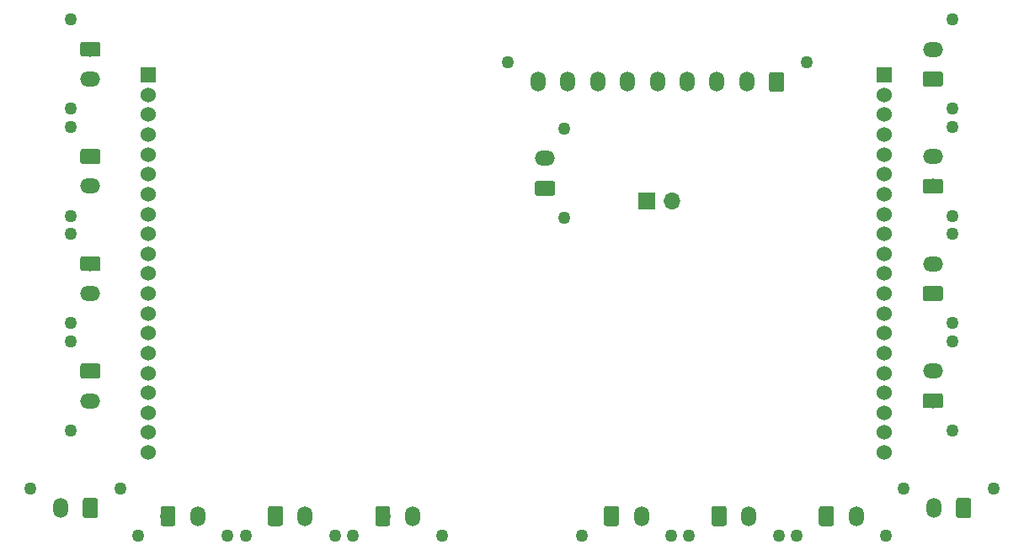
<source format=gbr>
G04 #@! TF.GenerationSoftware,KiCad,Pcbnew,(5.1.4)-1*
G04 #@! TF.CreationDate,2021-11-29T21:00:52-05:00*
G04 #@! TF.ProjectId,OpenTelemetry_Aux,4f70656e-5465-46c6-956d-657472795f41,rev?*
G04 #@! TF.SameCoordinates,Original*
G04 #@! TF.FileFunction,Soldermask,Top*
G04 #@! TF.FilePolarity,Negative*
%FSLAX46Y46*%
G04 Gerber Fmt 4.6, Leading zero omitted, Abs format (unit mm)*
G04 Created by KiCad (PCBNEW (5.1.4)-1) date 2021-11-29 21:00:52*
%MOMM*%
%LPD*%
G04 APERTURE LIST*
%ADD10O,2.020000X1.500000*%
%ADD11C,0.100000*%
%ADD12C,1.500000*%
%ADD13C,1.270000*%
%ADD14O,1.500000X2.020000*%
%ADD15O,1.700000X1.700000*%
%ADD16R,1.700000X1.700000*%
%ADD17R,1.524000X1.524000*%
%ADD18C,1.524000*%
G04 APERTURE END LIST*
D10*
X171700000Y-79800000D03*
D11*
G36*
X172484504Y-82051204D02*
G01*
X172508773Y-82054804D01*
X172532571Y-82060765D01*
X172555671Y-82069030D01*
X172577849Y-82079520D01*
X172598893Y-82092133D01*
X172618598Y-82106747D01*
X172636777Y-82123223D01*
X172653253Y-82141402D01*
X172667867Y-82161107D01*
X172680480Y-82182151D01*
X172690970Y-82204329D01*
X172699235Y-82227429D01*
X172705196Y-82251227D01*
X172708796Y-82275496D01*
X172710000Y-82300000D01*
X172710000Y-83300000D01*
X172708796Y-83324504D01*
X172705196Y-83348773D01*
X172699235Y-83372571D01*
X172690970Y-83395671D01*
X172680480Y-83417849D01*
X172667867Y-83438893D01*
X172653253Y-83458598D01*
X172636777Y-83476777D01*
X172618598Y-83493253D01*
X172598893Y-83507867D01*
X172577849Y-83520480D01*
X172555671Y-83530970D01*
X172532571Y-83539235D01*
X172508773Y-83545196D01*
X172484504Y-83548796D01*
X172460000Y-83550000D01*
X170940000Y-83550000D01*
X170915496Y-83548796D01*
X170891227Y-83545196D01*
X170867429Y-83539235D01*
X170844329Y-83530970D01*
X170822151Y-83520480D01*
X170801107Y-83507867D01*
X170781402Y-83493253D01*
X170763223Y-83476777D01*
X170746747Y-83458598D01*
X170732133Y-83438893D01*
X170719520Y-83417849D01*
X170709030Y-83395671D01*
X170700765Y-83372571D01*
X170694804Y-83348773D01*
X170691204Y-83324504D01*
X170690000Y-83300000D01*
X170690000Y-82300000D01*
X170691204Y-82275496D01*
X170694804Y-82251227D01*
X170700765Y-82227429D01*
X170709030Y-82204329D01*
X170719520Y-82182151D01*
X170732133Y-82161107D01*
X170746747Y-82141402D01*
X170763223Y-82123223D01*
X170781402Y-82106747D01*
X170801107Y-82092133D01*
X170822151Y-82079520D01*
X170844329Y-82069030D01*
X170867429Y-82060765D01*
X170891227Y-82054804D01*
X170915496Y-82051204D01*
X170940000Y-82050000D01*
X172460000Y-82050000D01*
X172484504Y-82051204D01*
X172484504Y-82051204D01*
G37*
D12*
X171700000Y-82800000D03*
D13*
X173660000Y-76800000D03*
X173660000Y-85800000D03*
D14*
X158400000Y-115800000D03*
D11*
G36*
X155924504Y-114791204D02*
G01*
X155948773Y-114794804D01*
X155972571Y-114800765D01*
X155995671Y-114809030D01*
X156017849Y-114819520D01*
X156038893Y-114832133D01*
X156058598Y-114846747D01*
X156076777Y-114863223D01*
X156093253Y-114881402D01*
X156107867Y-114901107D01*
X156120480Y-114922151D01*
X156130970Y-114944329D01*
X156139235Y-114967429D01*
X156145196Y-114991227D01*
X156148796Y-115015496D01*
X156150000Y-115040000D01*
X156150000Y-116560000D01*
X156148796Y-116584504D01*
X156145196Y-116608773D01*
X156139235Y-116632571D01*
X156130970Y-116655671D01*
X156120480Y-116677849D01*
X156107867Y-116698893D01*
X156093253Y-116718598D01*
X156076777Y-116736777D01*
X156058598Y-116753253D01*
X156038893Y-116767867D01*
X156017849Y-116780480D01*
X155995671Y-116790970D01*
X155972571Y-116799235D01*
X155948773Y-116805196D01*
X155924504Y-116808796D01*
X155900000Y-116810000D01*
X154900000Y-116810000D01*
X154875496Y-116808796D01*
X154851227Y-116805196D01*
X154827429Y-116799235D01*
X154804329Y-116790970D01*
X154782151Y-116780480D01*
X154761107Y-116767867D01*
X154741402Y-116753253D01*
X154723223Y-116736777D01*
X154706747Y-116718598D01*
X154692133Y-116698893D01*
X154679520Y-116677849D01*
X154669030Y-116655671D01*
X154660765Y-116632571D01*
X154654804Y-116608773D01*
X154651204Y-116584504D01*
X154650000Y-116560000D01*
X154650000Y-115040000D01*
X154651204Y-115015496D01*
X154654804Y-114991227D01*
X154660765Y-114967429D01*
X154669030Y-114944329D01*
X154679520Y-114922151D01*
X154692133Y-114901107D01*
X154706747Y-114881402D01*
X154723223Y-114863223D01*
X154741402Y-114846747D01*
X154761107Y-114832133D01*
X154782151Y-114819520D01*
X154804329Y-114809030D01*
X154827429Y-114800765D01*
X154851227Y-114794804D01*
X154875496Y-114791204D01*
X154900000Y-114790000D01*
X155900000Y-114790000D01*
X155924504Y-114791204D01*
X155924504Y-114791204D01*
G37*
D12*
X155400000Y-115800000D03*
D13*
X161400000Y-117760000D03*
X152400000Y-117760000D03*
D14*
X171000000Y-72100000D03*
X174000000Y-72100000D03*
X177000000Y-72100000D03*
X180000000Y-72100000D03*
X183000000Y-72100000D03*
X186000000Y-72100000D03*
X189000000Y-72100000D03*
X192000000Y-72100000D03*
D11*
G36*
X195524504Y-71091204D02*
G01*
X195548773Y-71094804D01*
X195572571Y-71100765D01*
X195595671Y-71109030D01*
X195617849Y-71119520D01*
X195638893Y-71132133D01*
X195658598Y-71146747D01*
X195676777Y-71163223D01*
X195693253Y-71181402D01*
X195707867Y-71201107D01*
X195720480Y-71222151D01*
X195730970Y-71244329D01*
X195739235Y-71267429D01*
X195745196Y-71291227D01*
X195748796Y-71315496D01*
X195750000Y-71340000D01*
X195750000Y-72860000D01*
X195748796Y-72884504D01*
X195745196Y-72908773D01*
X195739235Y-72932571D01*
X195730970Y-72955671D01*
X195720480Y-72977849D01*
X195707867Y-72998893D01*
X195693253Y-73018598D01*
X195676777Y-73036777D01*
X195658598Y-73053253D01*
X195638893Y-73067867D01*
X195617849Y-73080480D01*
X195595671Y-73090970D01*
X195572571Y-73099235D01*
X195548773Y-73105196D01*
X195524504Y-73108796D01*
X195500000Y-73110000D01*
X194500000Y-73110000D01*
X194475496Y-73108796D01*
X194451227Y-73105196D01*
X194427429Y-73099235D01*
X194404329Y-73090970D01*
X194382151Y-73080480D01*
X194361107Y-73067867D01*
X194341402Y-73053253D01*
X194323223Y-73036777D01*
X194306747Y-73018598D01*
X194292133Y-72998893D01*
X194279520Y-72977849D01*
X194269030Y-72955671D01*
X194260765Y-72932571D01*
X194254804Y-72908773D01*
X194251204Y-72884504D01*
X194250000Y-72860000D01*
X194250000Y-71340000D01*
X194251204Y-71315496D01*
X194254804Y-71291227D01*
X194260765Y-71267429D01*
X194269030Y-71244329D01*
X194279520Y-71222151D01*
X194292133Y-71201107D01*
X194306747Y-71181402D01*
X194323223Y-71163223D01*
X194341402Y-71146747D01*
X194361107Y-71132133D01*
X194382151Y-71119520D01*
X194404329Y-71109030D01*
X194427429Y-71100765D01*
X194451227Y-71094804D01*
X194475496Y-71091204D01*
X194500000Y-71090000D01*
X195500000Y-71090000D01*
X195524504Y-71091204D01*
X195524504Y-71091204D01*
G37*
D12*
X195000000Y-72100000D03*
D13*
X168000000Y-70140000D03*
X198000000Y-70140000D03*
D14*
X192200000Y-115800000D03*
D11*
G36*
X189724504Y-114791204D02*
G01*
X189748773Y-114794804D01*
X189772571Y-114800765D01*
X189795671Y-114809030D01*
X189817849Y-114819520D01*
X189838893Y-114832133D01*
X189858598Y-114846747D01*
X189876777Y-114863223D01*
X189893253Y-114881402D01*
X189907867Y-114901107D01*
X189920480Y-114922151D01*
X189930970Y-114944329D01*
X189939235Y-114967429D01*
X189945196Y-114991227D01*
X189948796Y-115015496D01*
X189950000Y-115040000D01*
X189950000Y-116560000D01*
X189948796Y-116584504D01*
X189945196Y-116608773D01*
X189939235Y-116632571D01*
X189930970Y-116655671D01*
X189920480Y-116677849D01*
X189907867Y-116698893D01*
X189893253Y-116718598D01*
X189876777Y-116736777D01*
X189858598Y-116753253D01*
X189838893Y-116767867D01*
X189817849Y-116780480D01*
X189795671Y-116790970D01*
X189772571Y-116799235D01*
X189748773Y-116805196D01*
X189724504Y-116808796D01*
X189700000Y-116810000D01*
X188700000Y-116810000D01*
X188675496Y-116808796D01*
X188651227Y-116805196D01*
X188627429Y-116799235D01*
X188604329Y-116790970D01*
X188582151Y-116780480D01*
X188561107Y-116767867D01*
X188541402Y-116753253D01*
X188523223Y-116736777D01*
X188506747Y-116718598D01*
X188492133Y-116698893D01*
X188479520Y-116677849D01*
X188469030Y-116655671D01*
X188460765Y-116632571D01*
X188454804Y-116608773D01*
X188451204Y-116584504D01*
X188450000Y-116560000D01*
X188450000Y-115040000D01*
X188451204Y-115015496D01*
X188454804Y-114991227D01*
X188460765Y-114967429D01*
X188469030Y-114944329D01*
X188479520Y-114922151D01*
X188492133Y-114901107D01*
X188506747Y-114881402D01*
X188523223Y-114863223D01*
X188541402Y-114846747D01*
X188561107Y-114832133D01*
X188582151Y-114819520D01*
X188604329Y-114809030D01*
X188627429Y-114800765D01*
X188651227Y-114794804D01*
X188675496Y-114791204D01*
X188700000Y-114790000D01*
X189700000Y-114790000D01*
X189724504Y-114791204D01*
X189724504Y-114791204D01*
G37*
D12*
X189200000Y-115800000D03*
D13*
X195200000Y-117760000D03*
X186200000Y-117760000D03*
D14*
X136800000Y-115800000D03*
D11*
G36*
X134324504Y-114791204D02*
G01*
X134348773Y-114794804D01*
X134372571Y-114800765D01*
X134395671Y-114809030D01*
X134417849Y-114819520D01*
X134438893Y-114832133D01*
X134458598Y-114846747D01*
X134476777Y-114863223D01*
X134493253Y-114881402D01*
X134507867Y-114901107D01*
X134520480Y-114922151D01*
X134530970Y-114944329D01*
X134539235Y-114967429D01*
X134545196Y-114991227D01*
X134548796Y-115015496D01*
X134550000Y-115040000D01*
X134550000Y-116560000D01*
X134548796Y-116584504D01*
X134545196Y-116608773D01*
X134539235Y-116632571D01*
X134530970Y-116655671D01*
X134520480Y-116677849D01*
X134507867Y-116698893D01*
X134493253Y-116718598D01*
X134476777Y-116736777D01*
X134458598Y-116753253D01*
X134438893Y-116767867D01*
X134417849Y-116780480D01*
X134395671Y-116790970D01*
X134372571Y-116799235D01*
X134348773Y-116805196D01*
X134324504Y-116808796D01*
X134300000Y-116810000D01*
X133300000Y-116810000D01*
X133275496Y-116808796D01*
X133251227Y-116805196D01*
X133227429Y-116799235D01*
X133204329Y-116790970D01*
X133182151Y-116780480D01*
X133161107Y-116767867D01*
X133141402Y-116753253D01*
X133123223Y-116736777D01*
X133106747Y-116718598D01*
X133092133Y-116698893D01*
X133079520Y-116677849D01*
X133069030Y-116655671D01*
X133060765Y-116632571D01*
X133054804Y-116608773D01*
X133051204Y-116584504D01*
X133050000Y-116560000D01*
X133050000Y-115040000D01*
X133051204Y-115015496D01*
X133054804Y-114991227D01*
X133060765Y-114967429D01*
X133069030Y-114944329D01*
X133079520Y-114922151D01*
X133092133Y-114901107D01*
X133106747Y-114881402D01*
X133123223Y-114863223D01*
X133141402Y-114846747D01*
X133161107Y-114832133D01*
X133182151Y-114819520D01*
X133204329Y-114809030D01*
X133227429Y-114800765D01*
X133251227Y-114794804D01*
X133275496Y-114791204D01*
X133300000Y-114790000D01*
X134300000Y-114790000D01*
X134324504Y-114791204D01*
X134324504Y-114791204D01*
G37*
D12*
X133800000Y-115800000D03*
D13*
X139800000Y-117760000D03*
X130800000Y-117760000D03*
D14*
X181400000Y-115800000D03*
D11*
G36*
X178924504Y-114791204D02*
G01*
X178948773Y-114794804D01*
X178972571Y-114800765D01*
X178995671Y-114809030D01*
X179017849Y-114819520D01*
X179038893Y-114832133D01*
X179058598Y-114846747D01*
X179076777Y-114863223D01*
X179093253Y-114881402D01*
X179107867Y-114901107D01*
X179120480Y-114922151D01*
X179130970Y-114944329D01*
X179139235Y-114967429D01*
X179145196Y-114991227D01*
X179148796Y-115015496D01*
X179150000Y-115040000D01*
X179150000Y-116560000D01*
X179148796Y-116584504D01*
X179145196Y-116608773D01*
X179139235Y-116632571D01*
X179130970Y-116655671D01*
X179120480Y-116677849D01*
X179107867Y-116698893D01*
X179093253Y-116718598D01*
X179076777Y-116736777D01*
X179058598Y-116753253D01*
X179038893Y-116767867D01*
X179017849Y-116780480D01*
X178995671Y-116790970D01*
X178972571Y-116799235D01*
X178948773Y-116805196D01*
X178924504Y-116808796D01*
X178900000Y-116810000D01*
X177900000Y-116810000D01*
X177875496Y-116808796D01*
X177851227Y-116805196D01*
X177827429Y-116799235D01*
X177804329Y-116790970D01*
X177782151Y-116780480D01*
X177761107Y-116767867D01*
X177741402Y-116753253D01*
X177723223Y-116736777D01*
X177706747Y-116718598D01*
X177692133Y-116698893D01*
X177679520Y-116677849D01*
X177669030Y-116655671D01*
X177660765Y-116632571D01*
X177654804Y-116608773D01*
X177651204Y-116584504D01*
X177650000Y-116560000D01*
X177650000Y-115040000D01*
X177651204Y-115015496D01*
X177654804Y-114991227D01*
X177660765Y-114967429D01*
X177669030Y-114944329D01*
X177679520Y-114922151D01*
X177692133Y-114901107D01*
X177706747Y-114881402D01*
X177723223Y-114863223D01*
X177741402Y-114846747D01*
X177761107Y-114832133D01*
X177782151Y-114819520D01*
X177804329Y-114809030D01*
X177827429Y-114800765D01*
X177851227Y-114794804D01*
X177875496Y-114791204D01*
X177900000Y-114790000D01*
X178900000Y-114790000D01*
X178924504Y-114791204D01*
X178924504Y-114791204D01*
G37*
D12*
X178400000Y-115800000D03*
D13*
X184400000Y-117760000D03*
X175400000Y-117760000D03*
D10*
X210700000Y-101200000D03*
D11*
G36*
X211484504Y-103451204D02*
G01*
X211508773Y-103454804D01*
X211532571Y-103460765D01*
X211555671Y-103469030D01*
X211577849Y-103479520D01*
X211598893Y-103492133D01*
X211618598Y-103506747D01*
X211636777Y-103523223D01*
X211653253Y-103541402D01*
X211667867Y-103561107D01*
X211680480Y-103582151D01*
X211690970Y-103604329D01*
X211699235Y-103627429D01*
X211705196Y-103651227D01*
X211708796Y-103675496D01*
X211710000Y-103700000D01*
X211710000Y-104700000D01*
X211708796Y-104724504D01*
X211705196Y-104748773D01*
X211699235Y-104772571D01*
X211690970Y-104795671D01*
X211680480Y-104817849D01*
X211667867Y-104838893D01*
X211653253Y-104858598D01*
X211636777Y-104876777D01*
X211618598Y-104893253D01*
X211598893Y-104907867D01*
X211577849Y-104920480D01*
X211555671Y-104930970D01*
X211532571Y-104939235D01*
X211508773Y-104945196D01*
X211484504Y-104948796D01*
X211460000Y-104950000D01*
X209940000Y-104950000D01*
X209915496Y-104948796D01*
X209891227Y-104945196D01*
X209867429Y-104939235D01*
X209844329Y-104930970D01*
X209822151Y-104920480D01*
X209801107Y-104907867D01*
X209781402Y-104893253D01*
X209763223Y-104876777D01*
X209746747Y-104858598D01*
X209732133Y-104838893D01*
X209719520Y-104817849D01*
X209709030Y-104795671D01*
X209700765Y-104772571D01*
X209694804Y-104748773D01*
X209691204Y-104724504D01*
X209690000Y-104700000D01*
X209690000Y-103700000D01*
X209691204Y-103675496D01*
X209694804Y-103651227D01*
X209700765Y-103627429D01*
X209709030Y-103604329D01*
X209719520Y-103582151D01*
X209732133Y-103561107D01*
X209746747Y-103541402D01*
X209763223Y-103523223D01*
X209781402Y-103506747D01*
X209801107Y-103492133D01*
X209822151Y-103479520D01*
X209844329Y-103469030D01*
X209867429Y-103460765D01*
X209891227Y-103454804D01*
X209915496Y-103451204D01*
X209940000Y-103450000D01*
X211460000Y-103450000D01*
X211484504Y-103451204D01*
X211484504Y-103451204D01*
G37*
D12*
X210700000Y-104200000D03*
D13*
X212660000Y-98200000D03*
X212660000Y-107200000D03*
D14*
X147600000Y-115800000D03*
D11*
G36*
X145124504Y-114791204D02*
G01*
X145148773Y-114794804D01*
X145172571Y-114800765D01*
X145195671Y-114809030D01*
X145217849Y-114819520D01*
X145238893Y-114832133D01*
X145258598Y-114846747D01*
X145276777Y-114863223D01*
X145293253Y-114881402D01*
X145307867Y-114901107D01*
X145320480Y-114922151D01*
X145330970Y-114944329D01*
X145339235Y-114967429D01*
X145345196Y-114991227D01*
X145348796Y-115015496D01*
X145350000Y-115040000D01*
X145350000Y-116560000D01*
X145348796Y-116584504D01*
X145345196Y-116608773D01*
X145339235Y-116632571D01*
X145330970Y-116655671D01*
X145320480Y-116677849D01*
X145307867Y-116698893D01*
X145293253Y-116718598D01*
X145276777Y-116736777D01*
X145258598Y-116753253D01*
X145238893Y-116767867D01*
X145217849Y-116780480D01*
X145195671Y-116790970D01*
X145172571Y-116799235D01*
X145148773Y-116805196D01*
X145124504Y-116808796D01*
X145100000Y-116810000D01*
X144100000Y-116810000D01*
X144075496Y-116808796D01*
X144051227Y-116805196D01*
X144027429Y-116799235D01*
X144004329Y-116790970D01*
X143982151Y-116780480D01*
X143961107Y-116767867D01*
X143941402Y-116753253D01*
X143923223Y-116736777D01*
X143906747Y-116718598D01*
X143892133Y-116698893D01*
X143879520Y-116677849D01*
X143869030Y-116655671D01*
X143860765Y-116632571D01*
X143854804Y-116608773D01*
X143851204Y-116584504D01*
X143850000Y-116560000D01*
X143850000Y-115040000D01*
X143851204Y-115015496D01*
X143854804Y-114991227D01*
X143860765Y-114967429D01*
X143869030Y-114944329D01*
X143879520Y-114922151D01*
X143892133Y-114901107D01*
X143906747Y-114881402D01*
X143923223Y-114863223D01*
X143941402Y-114846747D01*
X143961107Y-114832133D01*
X143982151Y-114819520D01*
X144004329Y-114809030D01*
X144027429Y-114800765D01*
X144051227Y-114794804D01*
X144075496Y-114791204D01*
X144100000Y-114790000D01*
X145100000Y-114790000D01*
X145124504Y-114791204D01*
X145124504Y-114791204D01*
G37*
D12*
X144600000Y-115800000D03*
D13*
X150600000Y-117760000D03*
X141600000Y-117760000D03*
D10*
X126000000Y-104200000D03*
D11*
G36*
X126784504Y-100451204D02*
G01*
X126808773Y-100454804D01*
X126832571Y-100460765D01*
X126855671Y-100469030D01*
X126877849Y-100479520D01*
X126898893Y-100492133D01*
X126918598Y-100506747D01*
X126936777Y-100523223D01*
X126953253Y-100541402D01*
X126967867Y-100561107D01*
X126980480Y-100582151D01*
X126990970Y-100604329D01*
X126999235Y-100627429D01*
X127005196Y-100651227D01*
X127008796Y-100675496D01*
X127010000Y-100700000D01*
X127010000Y-101700000D01*
X127008796Y-101724504D01*
X127005196Y-101748773D01*
X126999235Y-101772571D01*
X126990970Y-101795671D01*
X126980480Y-101817849D01*
X126967867Y-101838893D01*
X126953253Y-101858598D01*
X126936777Y-101876777D01*
X126918598Y-101893253D01*
X126898893Y-101907867D01*
X126877849Y-101920480D01*
X126855671Y-101930970D01*
X126832571Y-101939235D01*
X126808773Y-101945196D01*
X126784504Y-101948796D01*
X126760000Y-101950000D01*
X125240000Y-101950000D01*
X125215496Y-101948796D01*
X125191227Y-101945196D01*
X125167429Y-101939235D01*
X125144329Y-101930970D01*
X125122151Y-101920480D01*
X125101107Y-101907867D01*
X125081402Y-101893253D01*
X125063223Y-101876777D01*
X125046747Y-101858598D01*
X125032133Y-101838893D01*
X125019520Y-101817849D01*
X125009030Y-101795671D01*
X125000765Y-101772571D01*
X124994804Y-101748773D01*
X124991204Y-101724504D01*
X124990000Y-101700000D01*
X124990000Y-100700000D01*
X124991204Y-100675496D01*
X124994804Y-100651227D01*
X125000765Y-100627429D01*
X125009030Y-100604329D01*
X125019520Y-100582151D01*
X125032133Y-100561107D01*
X125046747Y-100541402D01*
X125063223Y-100523223D01*
X125081402Y-100506747D01*
X125101107Y-100492133D01*
X125122151Y-100479520D01*
X125144329Y-100469030D01*
X125167429Y-100460765D01*
X125191227Y-100454804D01*
X125215496Y-100451204D01*
X125240000Y-100450000D01*
X126760000Y-100450000D01*
X126784504Y-100451204D01*
X126784504Y-100451204D01*
G37*
D12*
X126000000Y-101200000D03*
D13*
X124040000Y-107200000D03*
X124040000Y-98200000D03*
D10*
X126000000Y-93400000D03*
D11*
G36*
X126784504Y-89651204D02*
G01*
X126808773Y-89654804D01*
X126832571Y-89660765D01*
X126855671Y-89669030D01*
X126877849Y-89679520D01*
X126898893Y-89692133D01*
X126918598Y-89706747D01*
X126936777Y-89723223D01*
X126953253Y-89741402D01*
X126967867Y-89761107D01*
X126980480Y-89782151D01*
X126990970Y-89804329D01*
X126999235Y-89827429D01*
X127005196Y-89851227D01*
X127008796Y-89875496D01*
X127010000Y-89900000D01*
X127010000Y-90900000D01*
X127008796Y-90924504D01*
X127005196Y-90948773D01*
X126999235Y-90972571D01*
X126990970Y-90995671D01*
X126980480Y-91017849D01*
X126967867Y-91038893D01*
X126953253Y-91058598D01*
X126936777Y-91076777D01*
X126918598Y-91093253D01*
X126898893Y-91107867D01*
X126877849Y-91120480D01*
X126855671Y-91130970D01*
X126832571Y-91139235D01*
X126808773Y-91145196D01*
X126784504Y-91148796D01*
X126760000Y-91150000D01*
X125240000Y-91150000D01*
X125215496Y-91148796D01*
X125191227Y-91145196D01*
X125167429Y-91139235D01*
X125144329Y-91130970D01*
X125122151Y-91120480D01*
X125101107Y-91107867D01*
X125081402Y-91093253D01*
X125063223Y-91076777D01*
X125046747Y-91058598D01*
X125032133Y-91038893D01*
X125019520Y-91017849D01*
X125009030Y-90995671D01*
X125000765Y-90972571D01*
X124994804Y-90948773D01*
X124991204Y-90924504D01*
X124990000Y-90900000D01*
X124990000Y-89900000D01*
X124991204Y-89875496D01*
X124994804Y-89851227D01*
X125000765Y-89827429D01*
X125009030Y-89804329D01*
X125019520Y-89782151D01*
X125032133Y-89761107D01*
X125046747Y-89741402D01*
X125063223Y-89723223D01*
X125081402Y-89706747D01*
X125101107Y-89692133D01*
X125122151Y-89679520D01*
X125144329Y-89669030D01*
X125167429Y-89660765D01*
X125191227Y-89654804D01*
X125215496Y-89651204D01*
X125240000Y-89650000D01*
X126760000Y-89650000D01*
X126784504Y-89651204D01*
X126784504Y-89651204D01*
G37*
D12*
X126000000Y-90400000D03*
D13*
X124040000Y-96400000D03*
X124040000Y-87400000D03*
D14*
X123000000Y-115000000D03*
D11*
G36*
X126524504Y-113991204D02*
G01*
X126548773Y-113994804D01*
X126572571Y-114000765D01*
X126595671Y-114009030D01*
X126617849Y-114019520D01*
X126638893Y-114032133D01*
X126658598Y-114046747D01*
X126676777Y-114063223D01*
X126693253Y-114081402D01*
X126707867Y-114101107D01*
X126720480Y-114122151D01*
X126730970Y-114144329D01*
X126739235Y-114167429D01*
X126745196Y-114191227D01*
X126748796Y-114215496D01*
X126750000Y-114240000D01*
X126750000Y-115760000D01*
X126748796Y-115784504D01*
X126745196Y-115808773D01*
X126739235Y-115832571D01*
X126730970Y-115855671D01*
X126720480Y-115877849D01*
X126707867Y-115898893D01*
X126693253Y-115918598D01*
X126676777Y-115936777D01*
X126658598Y-115953253D01*
X126638893Y-115967867D01*
X126617849Y-115980480D01*
X126595671Y-115990970D01*
X126572571Y-115999235D01*
X126548773Y-116005196D01*
X126524504Y-116008796D01*
X126500000Y-116010000D01*
X125500000Y-116010000D01*
X125475496Y-116008796D01*
X125451227Y-116005196D01*
X125427429Y-115999235D01*
X125404329Y-115990970D01*
X125382151Y-115980480D01*
X125361107Y-115967867D01*
X125341402Y-115953253D01*
X125323223Y-115936777D01*
X125306747Y-115918598D01*
X125292133Y-115898893D01*
X125279520Y-115877849D01*
X125269030Y-115855671D01*
X125260765Y-115832571D01*
X125254804Y-115808773D01*
X125251204Y-115784504D01*
X125250000Y-115760000D01*
X125250000Y-114240000D01*
X125251204Y-114215496D01*
X125254804Y-114191227D01*
X125260765Y-114167429D01*
X125269030Y-114144329D01*
X125279520Y-114122151D01*
X125292133Y-114101107D01*
X125306747Y-114081402D01*
X125323223Y-114063223D01*
X125341402Y-114046747D01*
X125361107Y-114032133D01*
X125382151Y-114019520D01*
X125404329Y-114009030D01*
X125427429Y-114000765D01*
X125451227Y-113994804D01*
X125475496Y-113991204D01*
X125500000Y-113990000D01*
X126500000Y-113990000D01*
X126524504Y-113991204D01*
X126524504Y-113991204D01*
G37*
D12*
X126000000Y-115000000D03*
D13*
X120000000Y-113040000D03*
X129000000Y-113040000D03*
D10*
X210700000Y-90400000D03*
D11*
G36*
X211484504Y-92651204D02*
G01*
X211508773Y-92654804D01*
X211532571Y-92660765D01*
X211555671Y-92669030D01*
X211577849Y-92679520D01*
X211598893Y-92692133D01*
X211618598Y-92706747D01*
X211636777Y-92723223D01*
X211653253Y-92741402D01*
X211667867Y-92761107D01*
X211680480Y-92782151D01*
X211690970Y-92804329D01*
X211699235Y-92827429D01*
X211705196Y-92851227D01*
X211708796Y-92875496D01*
X211710000Y-92900000D01*
X211710000Y-93900000D01*
X211708796Y-93924504D01*
X211705196Y-93948773D01*
X211699235Y-93972571D01*
X211690970Y-93995671D01*
X211680480Y-94017849D01*
X211667867Y-94038893D01*
X211653253Y-94058598D01*
X211636777Y-94076777D01*
X211618598Y-94093253D01*
X211598893Y-94107867D01*
X211577849Y-94120480D01*
X211555671Y-94130970D01*
X211532571Y-94139235D01*
X211508773Y-94145196D01*
X211484504Y-94148796D01*
X211460000Y-94150000D01*
X209940000Y-94150000D01*
X209915496Y-94148796D01*
X209891227Y-94145196D01*
X209867429Y-94139235D01*
X209844329Y-94130970D01*
X209822151Y-94120480D01*
X209801107Y-94107867D01*
X209781402Y-94093253D01*
X209763223Y-94076777D01*
X209746747Y-94058598D01*
X209732133Y-94038893D01*
X209719520Y-94017849D01*
X209709030Y-93995671D01*
X209700765Y-93972571D01*
X209694804Y-93948773D01*
X209691204Y-93924504D01*
X209690000Y-93900000D01*
X209690000Y-92900000D01*
X209691204Y-92875496D01*
X209694804Y-92851227D01*
X209700765Y-92827429D01*
X209709030Y-92804329D01*
X209719520Y-92782151D01*
X209732133Y-92761107D01*
X209746747Y-92741402D01*
X209763223Y-92723223D01*
X209781402Y-92706747D01*
X209801107Y-92692133D01*
X209822151Y-92679520D01*
X209844329Y-92669030D01*
X209867429Y-92660765D01*
X209891227Y-92654804D01*
X209915496Y-92651204D01*
X209940000Y-92650000D01*
X211460000Y-92650000D01*
X211484504Y-92651204D01*
X211484504Y-92651204D01*
G37*
D12*
X210700000Y-93400000D03*
D13*
X212660000Y-87400000D03*
X212660000Y-96400000D03*
D14*
X203000000Y-115800000D03*
D11*
G36*
X200524504Y-114791204D02*
G01*
X200548773Y-114794804D01*
X200572571Y-114800765D01*
X200595671Y-114809030D01*
X200617849Y-114819520D01*
X200638893Y-114832133D01*
X200658598Y-114846747D01*
X200676777Y-114863223D01*
X200693253Y-114881402D01*
X200707867Y-114901107D01*
X200720480Y-114922151D01*
X200730970Y-114944329D01*
X200739235Y-114967429D01*
X200745196Y-114991227D01*
X200748796Y-115015496D01*
X200750000Y-115040000D01*
X200750000Y-116560000D01*
X200748796Y-116584504D01*
X200745196Y-116608773D01*
X200739235Y-116632571D01*
X200730970Y-116655671D01*
X200720480Y-116677849D01*
X200707867Y-116698893D01*
X200693253Y-116718598D01*
X200676777Y-116736777D01*
X200658598Y-116753253D01*
X200638893Y-116767867D01*
X200617849Y-116780480D01*
X200595671Y-116790970D01*
X200572571Y-116799235D01*
X200548773Y-116805196D01*
X200524504Y-116808796D01*
X200500000Y-116810000D01*
X199500000Y-116810000D01*
X199475496Y-116808796D01*
X199451227Y-116805196D01*
X199427429Y-116799235D01*
X199404329Y-116790970D01*
X199382151Y-116780480D01*
X199361107Y-116767867D01*
X199341402Y-116753253D01*
X199323223Y-116736777D01*
X199306747Y-116718598D01*
X199292133Y-116698893D01*
X199279520Y-116677849D01*
X199269030Y-116655671D01*
X199260765Y-116632571D01*
X199254804Y-116608773D01*
X199251204Y-116584504D01*
X199250000Y-116560000D01*
X199250000Y-115040000D01*
X199251204Y-115015496D01*
X199254804Y-114991227D01*
X199260765Y-114967429D01*
X199269030Y-114944329D01*
X199279520Y-114922151D01*
X199292133Y-114901107D01*
X199306747Y-114881402D01*
X199323223Y-114863223D01*
X199341402Y-114846747D01*
X199361107Y-114832133D01*
X199382151Y-114819520D01*
X199404329Y-114809030D01*
X199427429Y-114800765D01*
X199451227Y-114794804D01*
X199475496Y-114791204D01*
X199500000Y-114790000D01*
X200500000Y-114790000D01*
X200524504Y-114791204D01*
X200524504Y-114791204D01*
G37*
D12*
X200000000Y-115800000D03*
D13*
X206000000Y-117760000D03*
X197000000Y-117760000D03*
D14*
X210800000Y-115000000D03*
D11*
G36*
X214324504Y-113991204D02*
G01*
X214348773Y-113994804D01*
X214372571Y-114000765D01*
X214395671Y-114009030D01*
X214417849Y-114019520D01*
X214438893Y-114032133D01*
X214458598Y-114046747D01*
X214476777Y-114063223D01*
X214493253Y-114081402D01*
X214507867Y-114101107D01*
X214520480Y-114122151D01*
X214530970Y-114144329D01*
X214539235Y-114167429D01*
X214545196Y-114191227D01*
X214548796Y-114215496D01*
X214550000Y-114240000D01*
X214550000Y-115760000D01*
X214548796Y-115784504D01*
X214545196Y-115808773D01*
X214539235Y-115832571D01*
X214530970Y-115855671D01*
X214520480Y-115877849D01*
X214507867Y-115898893D01*
X214493253Y-115918598D01*
X214476777Y-115936777D01*
X214458598Y-115953253D01*
X214438893Y-115967867D01*
X214417849Y-115980480D01*
X214395671Y-115990970D01*
X214372571Y-115999235D01*
X214348773Y-116005196D01*
X214324504Y-116008796D01*
X214300000Y-116010000D01*
X213300000Y-116010000D01*
X213275496Y-116008796D01*
X213251227Y-116005196D01*
X213227429Y-115999235D01*
X213204329Y-115990970D01*
X213182151Y-115980480D01*
X213161107Y-115967867D01*
X213141402Y-115953253D01*
X213123223Y-115936777D01*
X213106747Y-115918598D01*
X213092133Y-115898893D01*
X213079520Y-115877849D01*
X213069030Y-115855671D01*
X213060765Y-115832571D01*
X213054804Y-115808773D01*
X213051204Y-115784504D01*
X213050000Y-115760000D01*
X213050000Y-114240000D01*
X213051204Y-114215496D01*
X213054804Y-114191227D01*
X213060765Y-114167429D01*
X213069030Y-114144329D01*
X213079520Y-114122151D01*
X213092133Y-114101107D01*
X213106747Y-114081402D01*
X213123223Y-114063223D01*
X213141402Y-114046747D01*
X213161107Y-114032133D01*
X213182151Y-114019520D01*
X213204329Y-114009030D01*
X213227429Y-114000765D01*
X213251227Y-113994804D01*
X213275496Y-113991204D01*
X213300000Y-113990000D01*
X214300000Y-113990000D01*
X214324504Y-113991204D01*
X214324504Y-113991204D01*
G37*
D12*
X213800000Y-115000000D03*
D13*
X207800000Y-113040000D03*
X216800000Y-113040000D03*
D10*
X210700000Y-79600000D03*
D11*
G36*
X211484504Y-81851204D02*
G01*
X211508773Y-81854804D01*
X211532571Y-81860765D01*
X211555671Y-81869030D01*
X211577849Y-81879520D01*
X211598893Y-81892133D01*
X211618598Y-81906747D01*
X211636777Y-81923223D01*
X211653253Y-81941402D01*
X211667867Y-81961107D01*
X211680480Y-81982151D01*
X211690970Y-82004329D01*
X211699235Y-82027429D01*
X211705196Y-82051227D01*
X211708796Y-82075496D01*
X211710000Y-82100000D01*
X211710000Y-83100000D01*
X211708796Y-83124504D01*
X211705196Y-83148773D01*
X211699235Y-83172571D01*
X211690970Y-83195671D01*
X211680480Y-83217849D01*
X211667867Y-83238893D01*
X211653253Y-83258598D01*
X211636777Y-83276777D01*
X211618598Y-83293253D01*
X211598893Y-83307867D01*
X211577849Y-83320480D01*
X211555671Y-83330970D01*
X211532571Y-83339235D01*
X211508773Y-83345196D01*
X211484504Y-83348796D01*
X211460000Y-83350000D01*
X209940000Y-83350000D01*
X209915496Y-83348796D01*
X209891227Y-83345196D01*
X209867429Y-83339235D01*
X209844329Y-83330970D01*
X209822151Y-83320480D01*
X209801107Y-83307867D01*
X209781402Y-83293253D01*
X209763223Y-83276777D01*
X209746747Y-83258598D01*
X209732133Y-83238893D01*
X209719520Y-83217849D01*
X209709030Y-83195671D01*
X209700765Y-83172571D01*
X209694804Y-83148773D01*
X209691204Y-83124504D01*
X209690000Y-83100000D01*
X209690000Y-82100000D01*
X209691204Y-82075496D01*
X209694804Y-82051227D01*
X209700765Y-82027429D01*
X209709030Y-82004329D01*
X209719520Y-81982151D01*
X209732133Y-81961107D01*
X209746747Y-81941402D01*
X209763223Y-81923223D01*
X209781402Y-81906747D01*
X209801107Y-81892133D01*
X209822151Y-81879520D01*
X209844329Y-81869030D01*
X209867429Y-81860765D01*
X209891227Y-81854804D01*
X209915496Y-81851204D01*
X209940000Y-81850000D01*
X211460000Y-81850000D01*
X211484504Y-81851204D01*
X211484504Y-81851204D01*
G37*
D12*
X210700000Y-82600000D03*
D13*
X212660000Y-76600000D03*
X212660000Y-85600000D03*
D10*
X210700000Y-68800000D03*
D11*
G36*
X211484504Y-71051204D02*
G01*
X211508773Y-71054804D01*
X211532571Y-71060765D01*
X211555671Y-71069030D01*
X211577849Y-71079520D01*
X211598893Y-71092133D01*
X211618598Y-71106747D01*
X211636777Y-71123223D01*
X211653253Y-71141402D01*
X211667867Y-71161107D01*
X211680480Y-71182151D01*
X211690970Y-71204329D01*
X211699235Y-71227429D01*
X211705196Y-71251227D01*
X211708796Y-71275496D01*
X211710000Y-71300000D01*
X211710000Y-72300000D01*
X211708796Y-72324504D01*
X211705196Y-72348773D01*
X211699235Y-72372571D01*
X211690970Y-72395671D01*
X211680480Y-72417849D01*
X211667867Y-72438893D01*
X211653253Y-72458598D01*
X211636777Y-72476777D01*
X211618598Y-72493253D01*
X211598893Y-72507867D01*
X211577849Y-72520480D01*
X211555671Y-72530970D01*
X211532571Y-72539235D01*
X211508773Y-72545196D01*
X211484504Y-72548796D01*
X211460000Y-72550000D01*
X209940000Y-72550000D01*
X209915496Y-72548796D01*
X209891227Y-72545196D01*
X209867429Y-72539235D01*
X209844329Y-72530970D01*
X209822151Y-72520480D01*
X209801107Y-72507867D01*
X209781402Y-72493253D01*
X209763223Y-72476777D01*
X209746747Y-72458598D01*
X209732133Y-72438893D01*
X209719520Y-72417849D01*
X209709030Y-72395671D01*
X209700765Y-72372571D01*
X209694804Y-72348773D01*
X209691204Y-72324504D01*
X209690000Y-72300000D01*
X209690000Y-71300000D01*
X209691204Y-71275496D01*
X209694804Y-71251227D01*
X209700765Y-71227429D01*
X209709030Y-71204329D01*
X209719520Y-71182151D01*
X209732133Y-71161107D01*
X209746747Y-71141402D01*
X209763223Y-71123223D01*
X209781402Y-71106747D01*
X209801107Y-71092133D01*
X209822151Y-71079520D01*
X209844329Y-71069030D01*
X209867429Y-71060765D01*
X209891227Y-71054804D01*
X209915496Y-71051204D01*
X209940000Y-71050000D01*
X211460000Y-71050000D01*
X211484504Y-71051204D01*
X211484504Y-71051204D01*
G37*
D12*
X210700000Y-71800000D03*
D13*
X212660000Y-65800000D03*
X212660000Y-74800000D03*
D10*
X126000000Y-71800000D03*
D11*
G36*
X126784504Y-68051204D02*
G01*
X126808773Y-68054804D01*
X126832571Y-68060765D01*
X126855671Y-68069030D01*
X126877849Y-68079520D01*
X126898893Y-68092133D01*
X126918598Y-68106747D01*
X126936777Y-68123223D01*
X126953253Y-68141402D01*
X126967867Y-68161107D01*
X126980480Y-68182151D01*
X126990970Y-68204329D01*
X126999235Y-68227429D01*
X127005196Y-68251227D01*
X127008796Y-68275496D01*
X127010000Y-68300000D01*
X127010000Y-69300000D01*
X127008796Y-69324504D01*
X127005196Y-69348773D01*
X126999235Y-69372571D01*
X126990970Y-69395671D01*
X126980480Y-69417849D01*
X126967867Y-69438893D01*
X126953253Y-69458598D01*
X126936777Y-69476777D01*
X126918598Y-69493253D01*
X126898893Y-69507867D01*
X126877849Y-69520480D01*
X126855671Y-69530970D01*
X126832571Y-69539235D01*
X126808773Y-69545196D01*
X126784504Y-69548796D01*
X126760000Y-69550000D01*
X125240000Y-69550000D01*
X125215496Y-69548796D01*
X125191227Y-69545196D01*
X125167429Y-69539235D01*
X125144329Y-69530970D01*
X125122151Y-69520480D01*
X125101107Y-69507867D01*
X125081402Y-69493253D01*
X125063223Y-69476777D01*
X125046747Y-69458598D01*
X125032133Y-69438893D01*
X125019520Y-69417849D01*
X125009030Y-69395671D01*
X125000765Y-69372571D01*
X124994804Y-69348773D01*
X124991204Y-69324504D01*
X124990000Y-69300000D01*
X124990000Y-68300000D01*
X124991204Y-68275496D01*
X124994804Y-68251227D01*
X125000765Y-68227429D01*
X125009030Y-68204329D01*
X125019520Y-68182151D01*
X125032133Y-68161107D01*
X125046747Y-68141402D01*
X125063223Y-68123223D01*
X125081402Y-68106747D01*
X125101107Y-68092133D01*
X125122151Y-68079520D01*
X125144329Y-68069030D01*
X125167429Y-68060765D01*
X125191227Y-68054804D01*
X125215496Y-68051204D01*
X125240000Y-68050000D01*
X126760000Y-68050000D01*
X126784504Y-68051204D01*
X126784504Y-68051204D01*
G37*
D12*
X126000000Y-68800000D03*
D13*
X124040000Y-74800000D03*
X124040000Y-65800000D03*
D10*
X126000000Y-82600000D03*
D11*
G36*
X126784504Y-78851204D02*
G01*
X126808773Y-78854804D01*
X126832571Y-78860765D01*
X126855671Y-78869030D01*
X126877849Y-78879520D01*
X126898893Y-78892133D01*
X126918598Y-78906747D01*
X126936777Y-78923223D01*
X126953253Y-78941402D01*
X126967867Y-78961107D01*
X126980480Y-78982151D01*
X126990970Y-79004329D01*
X126999235Y-79027429D01*
X127005196Y-79051227D01*
X127008796Y-79075496D01*
X127010000Y-79100000D01*
X127010000Y-80100000D01*
X127008796Y-80124504D01*
X127005196Y-80148773D01*
X126999235Y-80172571D01*
X126990970Y-80195671D01*
X126980480Y-80217849D01*
X126967867Y-80238893D01*
X126953253Y-80258598D01*
X126936777Y-80276777D01*
X126918598Y-80293253D01*
X126898893Y-80307867D01*
X126877849Y-80320480D01*
X126855671Y-80330970D01*
X126832571Y-80339235D01*
X126808773Y-80345196D01*
X126784504Y-80348796D01*
X126760000Y-80350000D01*
X125240000Y-80350000D01*
X125215496Y-80348796D01*
X125191227Y-80345196D01*
X125167429Y-80339235D01*
X125144329Y-80330970D01*
X125122151Y-80320480D01*
X125101107Y-80307867D01*
X125081402Y-80293253D01*
X125063223Y-80276777D01*
X125046747Y-80258598D01*
X125032133Y-80238893D01*
X125019520Y-80217849D01*
X125009030Y-80195671D01*
X125000765Y-80172571D01*
X124994804Y-80148773D01*
X124991204Y-80124504D01*
X124990000Y-80100000D01*
X124990000Y-79100000D01*
X124991204Y-79075496D01*
X124994804Y-79051227D01*
X125000765Y-79027429D01*
X125009030Y-79004329D01*
X125019520Y-78982151D01*
X125032133Y-78961107D01*
X125046747Y-78941402D01*
X125063223Y-78923223D01*
X125081402Y-78906747D01*
X125101107Y-78892133D01*
X125122151Y-78879520D01*
X125144329Y-78869030D01*
X125167429Y-78860765D01*
X125191227Y-78854804D01*
X125215496Y-78851204D01*
X125240000Y-78850000D01*
X126760000Y-78850000D01*
X126784504Y-78851204D01*
X126784504Y-78851204D01*
G37*
D12*
X126000000Y-79600000D03*
D13*
X124040000Y-85600000D03*
X124040000Y-76600000D03*
D15*
X184440000Y-84100000D03*
D16*
X181900000Y-84100000D03*
D17*
X205800000Y-71400000D03*
D18*
X205800000Y-73400000D03*
X205800000Y-75400000D03*
X205800000Y-77400000D03*
X205800000Y-79400000D03*
X205800000Y-81400000D03*
X205800000Y-83400000D03*
X205800000Y-85400000D03*
X205800000Y-87400000D03*
X205800000Y-89400000D03*
X205800000Y-91400000D03*
X205800000Y-93400000D03*
X205800000Y-95400000D03*
X205800000Y-97400000D03*
X205800000Y-99400000D03*
X205800000Y-101400000D03*
X205800000Y-103400000D03*
X205800000Y-105400000D03*
X205800000Y-107400000D03*
X205800000Y-109400000D03*
X131800000Y-109400000D03*
X131800000Y-107400000D03*
X131800000Y-105400000D03*
X131800000Y-103400000D03*
X131800000Y-101400000D03*
X131800000Y-99400000D03*
X131800000Y-97400000D03*
X131800000Y-95400000D03*
X131800000Y-93400000D03*
X131800000Y-91400000D03*
X131800000Y-89400000D03*
X131800000Y-87400000D03*
X131800000Y-85400000D03*
X131800000Y-83400000D03*
X131800000Y-81400000D03*
X131800000Y-79400000D03*
X131800000Y-77400000D03*
X131800000Y-75400000D03*
X131800000Y-73400000D03*
D17*
X131800000Y-71400000D03*
M02*

</source>
